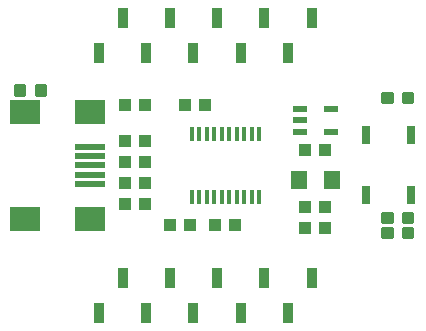
<source format=gbr>
G04 EAGLE Gerber RS-274X export*
G75*
%MOMM*%
%FSLAX34Y34*%
%LPD*%
%INSolderpaste Top*%
%IPPOS*%
%AMOC8*
5,1,8,0,0,1.08239X$1,22.5*%
G01*
%ADD10R,0.850000X1.700000*%
%ADD11R,2.500000X0.500000*%
%ADD12R,2.500000X2.000000*%
%ADD13R,1.200000X0.550000*%
%ADD14R,1.400000X1.600000*%
%ADD15R,0.381000X1.143000*%
%ADD16R,1.100000X1.000000*%
%ADD17R,0.762000X1.524000*%
%ADD18C,0.300000*%


D10*
X83500Y234700D03*
X103500Y264700D03*
X123500Y234700D03*
X143500Y264700D03*
X163500Y234700D03*
X183500Y264700D03*
X203500Y234700D03*
X223500Y264700D03*
X243500Y234700D03*
X263500Y264700D03*
X83500Y14700D03*
X103500Y44700D03*
X123500Y14700D03*
X143500Y44700D03*
X163500Y14700D03*
X183500Y44700D03*
X203500Y14700D03*
X223500Y44700D03*
X243500Y14700D03*
X263500Y44700D03*
D11*
X75800Y139700D03*
X75800Y147700D03*
X75800Y123700D03*
X75800Y131700D03*
D12*
X20800Y94700D03*
X20800Y184700D03*
X75800Y94700D03*
X75800Y184700D03*
D11*
X75800Y155700D03*
D13*
X253699Y187300D03*
X253699Y177800D03*
X253699Y168300D03*
X279701Y168300D03*
X279701Y187300D03*
D14*
X252700Y127000D03*
X280700Y127000D03*
D15*
X193675Y112903D03*
X187325Y112903D03*
X180975Y112903D03*
X174625Y112903D03*
X168275Y112903D03*
X161925Y112903D03*
X200025Y112903D03*
X206375Y112903D03*
X212725Y112903D03*
X219075Y112903D03*
X187325Y166497D03*
X193675Y166497D03*
X200025Y166497D03*
X206375Y166497D03*
X212725Y166497D03*
X219075Y166497D03*
X180975Y166497D03*
X174625Y166497D03*
X168275Y166497D03*
X161925Y166497D03*
D16*
X105800Y142240D03*
X122800Y142240D03*
X105800Y124460D03*
X122800Y124460D03*
X105800Y106680D03*
X122800Y106680D03*
X105800Y160020D03*
X122800Y160020D03*
X105800Y190500D03*
X122800Y190500D03*
X173600Y190500D03*
X156600Y190500D03*
X258200Y104140D03*
X275200Y104140D03*
X258200Y86360D03*
X275200Y86360D03*
X182000Y88900D03*
X199000Y88900D03*
X160900Y88900D03*
X143900Y88900D03*
X275200Y152400D03*
X258200Y152400D03*
D17*
X347980Y165100D03*
X347980Y114300D03*
X309880Y165100D03*
X309880Y114300D03*
D18*
X341820Y98750D02*
X341820Y91750D01*
X341820Y98750D02*
X348820Y98750D01*
X348820Y91750D01*
X341820Y91750D01*
X341820Y94600D02*
X348820Y94600D01*
X348820Y97450D02*
X341820Y97450D01*
X324280Y98750D02*
X324280Y91750D01*
X324280Y98750D02*
X331280Y98750D01*
X331280Y91750D01*
X324280Y91750D01*
X324280Y94600D02*
X331280Y94600D01*
X331280Y97450D02*
X324280Y97450D01*
X20130Y199700D02*
X20130Y206700D01*
X20130Y199700D02*
X13130Y199700D01*
X13130Y206700D01*
X20130Y206700D01*
X20130Y202550D02*
X13130Y202550D01*
X13130Y205400D02*
X20130Y205400D01*
X37670Y206700D02*
X37670Y199700D01*
X30670Y199700D01*
X30670Y206700D01*
X37670Y206700D01*
X37670Y202550D02*
X30670Y202550D01*
X30670Y205400D02*
X37670Y205400D01*
X341820Y86050D02*
X341820Y79050D01*
X341820Y86050D02*
X348820Y86050D01*
X348820Y79050D01*
X341820Y79050D01*
X341820Y81900D02*
X348820Y81900D01*
X348820Y84750D02*
X341820Y84750D01*
X324280Y86050D02*
X324280Y79050D01*
X324280Y86050D02*
X331280Y86050D01*
X331280Y79050D01*
X324280Y79050D01*
X324280Y81900D02*
X331280Y81900D01*
X331280Y84750D02*
X324280Y84750D01*
X341820Y193350D02*
X341820Y200350D01*
X348820Y200350D01*
X348820Y193350D01*
X341820Y193350D01*
X341820Y196200D02*
X348820Y196200D01*
X348820Y199050D02*
X341820Y199050D01*
X324280Y200350D02*
X324280Y193350D01*
X324280Y200350D02*
X331280Y200350D01*
X331280Y193350D01*
X324280Y193350D01*
X324280Y196200D02*
X331280Y196200D01*
X331280Y199050D02*
X324280Y199050D01*
M02*

</source>
